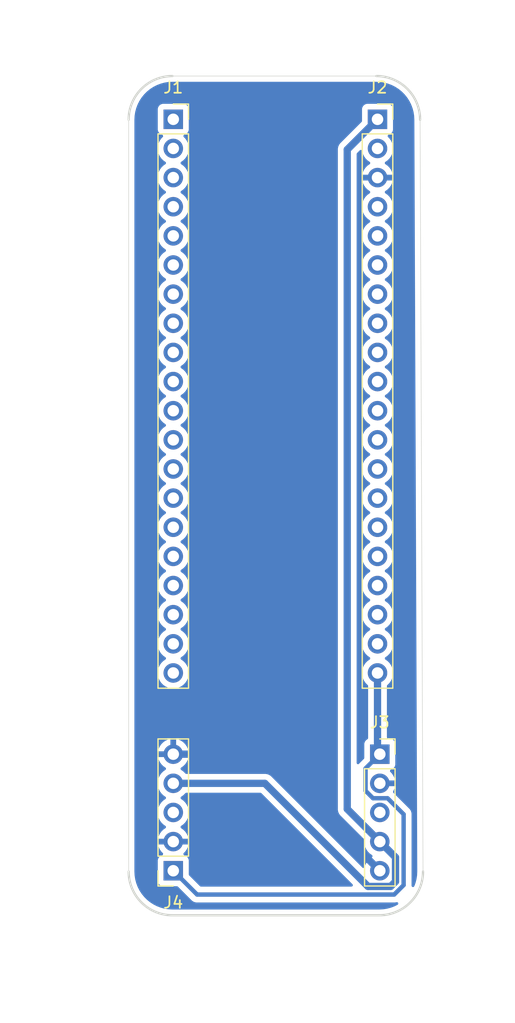
<source format=kicad_pcb>
(kicad_pcb (version 20240108) (generator "pcbnew") (generator_version "8.0")
  (layers (0 "F.Cu" signal) (31 "B.Cu" signal) (34 "B.Paste" user) (35 "F.Paste" user) (36 "B.SilkS" user "B.Silkscreen") (37 "F.SilkS" user "F.Silkscreen") (38 "B.Mask" user) (39 "F.Mask" user) (44 "Edge.Cuts" user))
  (net 0 "")
  (net 23 "/A+")
  (net 30 "GND")
  (net 40 "+5V")
  (footprint "Connector_PinSocket_2.54mm:PinSocket_1x20_P2.54mm_Vertical" (layer "F.Cu") (at 117.7 50)
    (property "Reference" "J2" (at 0 -2.77 0) (layer "F.SilkS"))
    (property "Value" "Conn_01x20")
    (fp_line (start -1.33 1.27) (end -1.33 49.59) (stroke (width 0.12)) (layer "F.SilkS"))
    (fp_line (start -1.33 1.27) (end 1.33 1.27) (stroke (width 0.12)) (layer "F.SilkS"))
    (fp_line (start -1.33 49.59) (end 1.33 49.59) (stroke (width 0.12)) (layer "F.SilkS"))
    (fp_line (start 0 -1.33) (end 1.33 -1.33) (stroke (width 0.12)) (layer "F.SilkS"))
    (fp_line (start 1.33 -1.33) (end 1.33 0) (stroke (width 0.12)) (layer "F.SilkS"))
    (fp_line (start 1.33 1.27) (end 1.33 49.59) (stroke (width 0.12)) (layer "F.SilkS"))
    (pad "1" thru_hole rect (at 0 0) (size 1.7 1.7) (drill 1) (layers "*.Cu" "*.Mask") (net 40 "+5V"))
    (pad "2" thru_hole oval (at 0 2.54) (size 1.7 1.7) (drill 1) (layers "*.Cu" "*.Mask"))
    (pad "3" thru_hole oval (at 0 5.08) (size 1.7 1.7) (drill 1) (layers "*.Cu" "*.Mask") (net 30 "GND"))
    (pad "4" thru_hole oval (at 0 7.62) (size 1.7 1.7) (drill 1) (layers "*.Cu" "*.Mask"))
    (pad "5" thru_hole oval (at 0 10.16) (size 1.7 1.7) (drill 1) (layers "*.Cu" "*.Mask"))
    (pad "6" thru_hole oval (at 0 12.7) (size 1.7 1.7) (drill 1) (layers "*.Cu" "*.Mask"))
    (pad "7" thru_hole oval (at 0 15.24) (size 1.7 1.7) (drill 1) (layers "*.Cu" "*.Mask"))
    (pad "8" thru_hole oval (at 0 17.78) (size 1.7 1.7) (drill 1) (layers "*.Cu" "*.Mask"))
    (pad "9" thru_hole oval (at 0 20.32) (size 1.7 1.7) (drill 1) (layers "*.Cu" "*.Mask"))
    (pad "10" thru_hole oval (at 0 22.86) (size 1.7 1.7) (drill 1) (layers "*.Cu" "*.Mask"))
    (pad "11" thru_hole oval (at 0 25.4) (size 1.7 1.7) (drill 1) (layers "*.Cu" "*.Mask"))
    (pad "12" thru_hole oval (at 0 27.94) (size 1.7 1.7) (drill 1) (layers "*.Cu" "*.Mask"))
    (pad "13" thru_hole oval (at 0 30.48) (size 1.7 1.7) (drill 1) (layers "*.Cu" "*.Mask"))
    (pad "14" thru_hole oval (at 0 33.02) (size 1.7 1.7) (drill 1) (layers "*.Cu" "*.Mask"))
    (pad "15" thru_hole oval (at 0 35.56) (size 1.7 1.7) (drill 1) (layers "*.Cu" "*.Mask"))
    (pad "16" thru_hole oval (at 0 38.1) (size 1.7 1.7) (drill 1) (layers "*.Cu" "*.Mask"))
    (pad "17" thru_hole oval (at 0 40.64) (size 1.7 1.7) (drill 1) (layers "*.Cu" "*.Mask"))
    (pad "18" thru_hole oval (at 0 43.18) (size 1.7 1.7) (drill 1) (layers "*.Cu" "*.Mask"))
    (pad "19" thru_hole oval (at 0 45.72) (size 1.7 1.7) (drill 1) (layers "*.Cu" "*.Mask"))
    (pad "20" thru_hole oval (at 0 48.26) (size 1.7 1.7) (drill 1) (layers "*.Cu" "*.Mask") (net 23 "/A+"))
  )
  (footprint "Connector_PinSocket_2.54mm:PinSocket_1x05_P2.54mm_Vertical" (layer "F.Cu") (at 117.9 105.34)
    (property "Reference" "J3" (at 0 -2.77 360) (layer "F.SilkS"))
    (property "Value" "Conn_01x05")
    (fp_line (start -1.33 1.27) (end -1.33 11.49) (stroke (width 0.12)) (layer "F.SilkS"))
    (fp_line (start -1.33 1.27) (end 1.33 1.27) (stroke (width 0.12)) (layer "F.SilkS"))
    (fp_line (start -1.33 11.49) (end 1.33 11.49) (stroke (width 0.12)) (layer "F.SilkS"))
    (fp_line (start 0 -1.33) (end 1.33 -1.33) (stroke (width 0.12)) (layer "F.SilkS"))
    (fp_line (start 1.33 -1.33) (end 1.33 0) (stroke (width 0.12)) (layer "F.SilkS"))
    (fp_line (start 1.33 1.27) (end 1.33 11.49) (stroke (width 0.12)) (layer "F.SilkS"))
    (pad "1" thru_hole rect (at 0 0) (size 1.7 1.7) (drill 1) (layers "*.Cu" "*.Mask") (net 23 "/A+"))
    (pad "2" thru_hole oval (at 0 2.54) (size 1.7 1.7) (drill 1) (layers "*.Cu" "*.Mask") (net 30 "GND"))
    (pad "3" thru_hole oval (at 0 5.08) (size 1.7 1.7) (drill 1) (layers "*.Cu" "*.Mask"))
    (pad "4" thru_hole oval (at 0 7.62) (size 1.7 1.7) (drill 1) (layers "*.Cu" "*.Mask") (net 40 "+5V"))
    (pad "5" thru_hole oval (at 0 10.16) (size 1.7 1.7) (drill 1) (layers "*.Cu" "*.Mask") (net 30 "GND"))
  )
  (footprint "Connector_PinSocket_2.54mm:PinSocket_1x20_P2.54mm_Vertical" (layer "F.Cu") (at 99.9 50)
    (property "Reference" "J1" (at 0 -2.77 0) (layer "F.SilkS"))
    (property "Value" "Conn_01x20")
    (fp_line (start -1.33 1.27) (end -1.33 49.59) (stroke (width 0.12)) (layer "F.SilkS"))
    (fp_line (start -1.33 1.27) (end 1.33 1.27) (stroke (width 0.12)) (layer "F.SilkS"))
    (fp_line (start -1.33 49.59) (end 1.33 49.59) (stroke (width 0.12)) (layer "F.SilkS"))
    (fp_line (start 0 -1.33) (end 1.33 -1.33) (stroke (width 0.12)) (layer "F.SilkS"))
    (fp_line (start 1.33 -1.33) (end 1.33 0) (stroke (width 0.12)) (layer "F.SilkS"))
    (fp_line (start 1.33 1.27) (end 1.33 49.59) (stroke (width 0.12)) (layer "F.SilkS"))
    (pad "1" thru_hole rect (at 0 0) (size 1.7 1.7) (drill 1) (layers "*.Cu" "*.Mask"))
    (pad "2" thru_hole oval (at 0 2.54) (size 1.7 1.7) (drill 1) (layers "*.Cu" "*.Mask"))
    (pad "3" thru_hole oval (at 0 5.08) (size 1.7 1.7) (drill 1) (layers "*.Cu" "*.Mask"))
    (pad "4" thru_hole oval (at 0 7.62) (size 1.7 1.7) (drill 1) (layers "*.Cu" "*.Mask"))
    (pad "5" thru_hole oval (at 0 10.16) (size 1.7 1.7) (drill 1) (layers "*.Cu" "*.Mask"))
    (pad "6" thru_hole oval (at 0 12.7) (size 1.7 1.7) (drill 1) (layers "*.Cu" "*.Mask"))
    (pad "7" thru_hole oval (at 0 15.24) (size 1.7 1.7) (drill 1) (layers "*.Cu" "*.Mask"))
    (pad "8" thru_hole oval (at 0 17.78) (size 1.7 1.7) (drill 1) (layers "*.Cu" "*.Mask"))
    (pad "9" thru_hole oval (at 0 20.32) (size 1.7 1.7) (drill 1) (layers "*.Cu" "*.Mask"))
    (pad "10" thru_hole oval (at 0 22.86) (size 1.7 1.7) (drill 1) (layers "*.Cu" "*.Mask"))
    (pad "11" thru_hole oval (at 0 25.4) (size 1.7 1.7) (drill 1) (layers "*.Cu" "*.Mask"))
    (pad "12" thru_hole oval (at 0 27.94) (size 1.7 1.7) (drill 1) (layers "*.Cu" "*.Mask"))
    (pad "13" thru_hole oval (at 0 30.48) (size 1.7 1.7) (drill 1) (layers "*.Cu" "*.Mask"))
    (pad "14" thru_hole oval (at 0 33.02) (size 1.7 1.7) (drill 1) (layers "*.Cu" "*.Mask"))
    (pad "15" thru_hole oval (at 0 35.56) (size 1.7 1.7) (drill 1) (layers "*.Cu" "*.Mask"))
    (pad "16" thru_hole oval (at 0 38.1) (size 1.7 1.7) (drill 1) (layers "*.Cu" "*.Mask"))
    (pad "17" thru_hole oval (at 0 40.64) (size 1.7 1.7) (drill 1) (layers "*.Cu" "*.Mask"))
    (pad "18" thru_hole oval (at 0 43.18) (size 1.7 1.7) (drill 1) (layers "*.Cu" "*.Mask"))
    (pad "19" thru_hole oval (at 0 45.72) (size 1.7 1.7) (drill 1) (layers "*.Cu" "*.Mask"))
    (pad "20" thru_hole oval (at 0 48.26) (size 1.7 1.7) (drill 1) (layers "*.Cu" "*.Mask"))
  )
  (footprint "Connector_PinSocket_2.54mm:PinSocket_1x05_P2.54mm_Vertical" (layer "F.Cu") (at 99.9 115.5 180)
    (property "Reference" "J4" (at 0 -2.77 180) (layer "F.SilkS"))
    (property "Value" "Conn_01x05")
    (fp_line (start 1.33 1.27) (end 1.33 11.49) (stroke (width 0.12)) (layer "F.SilkS"))
    (fp_line (start 1.33 -1.33) (end 1.33 0) (stroke (width 0.12)) (layer "F.SilkS"))
    (fp_line (start 0 -1.33) (end 1.33 -1.33) (stroke (width 0.12)) (layer "F.SilkS"))
    (fp_line (start -1.33 11.49) (end 1.33 11.49) (stroke (width 0.12)) (layer "F.SilkS"))
    (fp_line (start -1.33 1.27) (end 1.33 1.27) (stroke (width 0.12)) (layer "F.SilkS"))
    (fp_line (start -1.33 1.27) (end -1.33 11.49) (stroke (width 0.12)) (layer "F.SilkS"))
    (pad "1" thru_hole rect (at 0 0 180) (size 1.7 1.7) (drill 1) (layers "*.Cu" "*.Mask") (net 23 "/A+"))
    (pad "2" thru_hole oval (at 0 2.54 180) (size 1.7 1.7) (drill 1) (layers "*.Cu" "*.Mask") (net 30 "GND"))
    (pad "3" thru_hole oval (at 0 5.08 180) (size 1.7 1.7) (drill 1) (layers "*.Cu" "*.Mask"))
    (pad "4" thru_hole oval (at 0 7.62 180) (size 1.7 1.7) (drill 1) (layers "*.Cu" "*.Mask") (net 40 "+5V"))
    (pad "5" thru_hole oval (at 0 10.16 180) (size 1.7 1.7) (drill 1) (layers "*.Cu" "*.Mask") (net 30 "GND"))
  )
  (gr_line (start 121.412 50.038) (end 121.666 115.57) (stroke (width 0.05)) (layer "Edge.Cuts"))
  (gr_line (start 117.856 119.38) (end 99.822 119.38) (stroke (width 0.2)) (layer "Edge.Cuts"))
  (gr_arc (start 96.012 50.038) (mid 97.127923 47.343923) (end 99.822 46.228) (stroke (width 0.2)) (layer "Edge.Cuts"))
  (gr_line (start 96.012 115.57) (end 96.012 50.038) (stroke (width 0.05)) (layer "Edge.Cuts"))
  (gr_line (start 99.822 46.228) (end 117.602 46.228) (stroke (width 0.05)) (layer "Edge.Cuts"))
  (gr_arc (start 99.822 119.38) (mid 97.127923 118.264077) (end 96.012 115.57) (stroke (width 0.2)) (layer "Edge.Cuts"))
  (gr_arc (start 121.666 115.57) (mid 120.550077 118.264077) (end 117.856 119.38) (stroke (width 0.2)) (layer "Edge.Cuts"))
  (gr_arc (start 117.602 46.228) (mid 120.296077 47.343923) (end 121.412 50.038) (stroke (width 0.2)) (layer "Edge.Cuts"))
  (segment (start 119.1525 117.5755) (end 119.9755 116.7525) (width 0.381) (layer "B.Cu") (net 23))
  (segment (start 119.9755 110.5775) (end 118.5775 109.1795) (width 0.381) (layer "B.Cu") (net 23))
  (segment (start 117.3075 109.1795) (end 116.6595 108.5315) (width 0.381) (layer "B.Cu") (net 23))
  (segment (start 116.6595 106.5805) (end 117.9 105.34) (width 0.381) (layer "B.Cu") (net 23))
  (segment (start 117.7 98.26) (end 117.7 105.14) (width 0.635) (layer "B.Cu") (net 23))
  (segment (start 118.5775 109.1795) (end 117.3075 109.1795) (width 0.381) (layer "B.Cu") (net 23))
  (segment (start 117.7 105.14) (end 117.9 105.34) (width 0.635) (layer "B.Cu") (net 23))
  (segment (start 119.9755 116.7525) (end 119.9755 110.5775) (width 0.381) (layer "B.Cu") (net 23))
  (segment (start 101.9755 117.5755) (end 119.1525 117.5755) (width 0.381) (layer "B.Cu") (net 23))
  (segment (start 99.9 115.5) (end 101.9755 117.5755) (width 0.381) (layer "B.Cu") (net 23))
  (segment (start 116.6595 108.5315) (end 116.6595 106.5805) (width 0.381) (layer "B.Cu") (net 23))
  (segment (start 107.74 105.34) (end 117.9 115.5) (width 0.635) (layer "B.Cu") (net 30))
  (segment (start 99.9 105.34) (end 107.74 105.34) (width 0.635) (layer "B.Cu") (net 30))
  (segment (start 116.8675 116.8675) (end 107.88 107.88) (width 0.635) (layer "B.Cu") (net 40))
  (segment (start 107.88 107.88) (end 99.9 107.88) (width 0.635) (layer "B.Cu") (net 40))
  (segment (start 118.8445 116.8675) (end 116.8675 116.8675) (width 0.635) (layer "B.Cu") (net 40))
  (segment (start 117.7 50) (end 115.062 52.638) (width 0.635) (layer "B.Cu") (net 40))
  (segment (start 115.062 52.638) (end 115.062 110.122) (width 0.635) (layer "B.Cu") (net 40))
  (segment (start 117.9 112.96) (end 119.2675 114.3275) (width 0.635) (layer "B.Cu") (net 40))
  (segment (start 119.2675 116.4445) (end 118.8445 116.8675) (width 0.635) (layer "B.Cu") (net 40))
  (segment (start 115.062 110.122) (end 117.9 112.96) (width 0.635) (layer "B.Cu") (net 40))
  (segment (start 119.2675 114.3275) (end 119.2675 116.4445) (width 0.635) (layer "B.Cu") (net 40))
  (zone (net 30) (net_name "GND") (layer "B.Cu") (priority 1) (connect_pads (clearance 0.5)) (min_thickness 0.25) (fill yes (thermal_gap 0.5) (thermal_bridge_width 0.5))
    (polygon (pts (xy 128.6 39.9) (xy 129.7 128.4) (xy 85.6 128.8) (xy 84.8 39.6)))
  )
)
</source>
